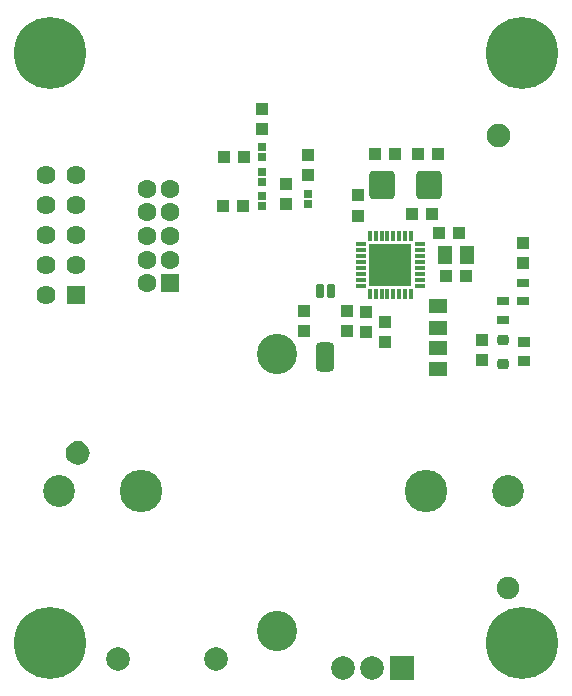
<source format=gts>
G04*
G04 #@! TF.GenerationSoftware,Altium Limited,Altium Designer,19.1.7 (138)*
G04*
G04 Layer_Color=8388736*
%FSLAX24Y24*%
%MOIN*%
G70*
G01*
G75*
%ADD26R,0.0434X0.0356*%
%ADD27R,0.0394X0.0433*%
%ADD28O,0.0150X0.0374*%
%ADD29O,0.0374X0.0150*%
%ADD30R,0.1398X0.1398*%
%ADD31R,0.0394X0.0315*%
%ADD32R,0.0433X0.0394*%
G04:AMPARAMS|DCode=33|XSize=47.2mil|YSize=27.6mil|CornerRadius=7.9mil|HoleSize=0mil|Usage=FLASHONLY|Rotation=270.000|XOffset=0mil|YOffset=0mil|HoleType=Round|Shape=RoundedRectangle|*
%AMROUNDEDRECTD33*
21,1,0.0472,0.0118,0,0,270.0*
21,1,0.0315,0.0276,0,0,270.0*
1,1,0.0157,-0.0059,-0.0157*
1,1,0.0157,-0.0059,0.0157*
1,1,0.0157,0.0059,0.0157*
1,1,0.0157,0.0059,-0.0157*
%
%ADD33ROUNDEDRECTD33*%
G04:AMPARAMS|DCode=34|XSize=98.4mil|YSize=63mil|CornerRadius=16.7mil|HoleSize=0mil|Usage=FLASHONLY|Rotation=270.000|XOffset=0mil|YOffset=0mil|HoleType=Round|Shape=RoundedRectangle|*
%AMROUNDEDRECTD34*
21,1,0.0984,0.0295,0,0,270.0*
21,1,0.0650,0.0630,0,0,270.0*
1,1,0.0335,-0.0148,-0.0325*
1,1,0.0335,-0.0148,0.0325*
1,1,0.0335,0.0148,0.0325*
1,1,0.0335,0.0148,-0.0325*
%
%ADD34ROUNDEDRECTD34*%
%ADD35R,0.0492X0.0610*%
%ADD36R,0.0591X0.0453*%
%ADD37R,0.0610X0.0492*%
G04:AMPARAMS|DCode=38|XSize=94.5mil|YSize=86.6mil|CornerRadius=14.4mil|HoleSize=0mil|Usage=FLASHONLY|Rotation=90.000|XOffset=0mil|YOffset=0mil|HoleType=Round|Shape=RoundedRectangle|*
%AMROUNDEDRECTD38*
21,1,0.0945,0.0579,0,0,90.0*
21,1,0.0657,0.0866,0,0,90.0*
1,1,0.0287,0.0289,0.0329*
1,1,0.0287,0.0289,-0.0329*
1,1,0.0287,-0.0289,-0.0329*
1,1,0.0287,-0.0289,0.0329*
%
%ADD38ROUNDEDRECTD38*%
%ADD39R,0.0276X0.0256*%
G04:AMPARAMS|DCode=40|XSize=35.4mil|YSize=39.4mil|CornerRadius=9.8mil|HoleSize=0mil|Usage=FLASHONLY|Rotation=90.000|XOffset=0mil|YOffset=0mil|HoleType=Round|Shape=RoundedRectangle|*
%AMROUNDEDRECTD40*
21,1,0.0354,0.0197,0,0,90.0*
21,1,0.0157,0.0394,0,0,90.0*
1,1,0.0197,0.0098,0.0079*
1,1,0.0197,0.0098,-0.0079*
1,1,0.0197,-0.0098,-0.0079*
1,1,0.0197,-0.0098,0.0079*
%
%ADD40ROUNDEDRECTD40*%
%ADD41C,0.0512*%
%ADD42C,0.0789*%
%ADD43R,0.0789X0.0789*%
%ADD44C,0.0639*%
%ADD45R,0.0639X0.0639*%
%ADD46C,0.1340*%
%ADD47C,0.0630*%
%ADD48R,0.0630X0.0630*%
%ADD49C,0.1063*%
%ADD50C,0.1417*%
%ADD51C,0.0748*%
%ADD52C,0.2402*%
G36*
X2115Y7874D02*
X2129Y7771D01*
X2168Y7675D01*
X2231Y7593D01*
X2314Y7530D01*
X2409Y7490D01*
X2512Y7477D01*
X2615Y7490D01*
X2711Y7530D01*
X2793Y7593D01*
X2856Y7675D01*
X2896Y7771D01*
X2909Y7874D01*
D01*
X2896Y7977D01*
X2856Y8073D01*
X2793Y8155D01*
X2711Y8218D01*
X2615Y8258D01*
X2512Y8271D01*
X2409Y8258D01*
X2314Y8218D01*
X2231Y8155D01*
X2168Y8073D01*
X2129Y7977D01*
X2115Y7874D01*
D01*
D02*
G37*
G36*
X16138Y18455D02*
X16152Y18352D01*
X16192Y18256D01*
X16255Y18174D01*
X16337Y18111D01*
X16433Y18071D01*
X16535Y18058D01*
X16638Y18071D01*
X16734Y18111D01*
X16816Y18174D01*
X16879Y18256D01*
X16919Y18352D01*
X16933Y18455D01*
D01*
X16919Y18557D01*
X16879Y18653D01*
X16816Y18736D01*
X16734Y18799D01*
X16638Y18838D01*
X16535Y18852D01*
X16433Y18838D01*
X16337Y18799D01*
X16255Y18736D01*
X16192Y18653D01*
X16152Y18557D01*
X16138Y18455D01*
D01*
D02*
G37*
D26*
X17402Y11565D02*
D03*
Y10955D02*
D03*
D27*
X11850Y16457D02*
D03*
Y15787D02*
D03*
X17362Y14206D02*
D03*
Y14876D02*
D03*
X10039Y11949D02*
D03*
Y12618D02*
D03*
X11496Y11949D02*
D03*
Y12618D02*
D03*
X12756Y11575D02*
D03*
Y12244D02*
D03*
X12126Y12559D02*
D03*
Y11890D02*
D03*
X10197Y17142D02*
D03*
Y17811D02*
D03*
X9449Y16826D02*
D03*
Y16157D02*
D03*
X15984Y11634D02*
D03*
Y10965D02*
D03*
X8661Y19350D02*
D03*
Y18681D02*
D03*
D28*
X12244Y15118D02*
D03*
X12441D02*
D03*
X12638D02*
D03*
X12835D02*
D03*
X13032D02*
D03*
X13228D02*
D03*
X13425D02*
D03*
X13622D02*
D03*
Y13169D02*
D03*
X13425D02*
D03*
X13228D02*
D03*
X13032D02*
D03*
X12835D02*
D03*
X12638D02*
D03*
X12441D02*
D03*
X12244D02*
D03*
D29*
X13907Y14833D02*
D03*
Y14636D02*
D03*
Y14439D02*
D03*
Y14242D02*
D03*
Y14045D02*
D03*
Y13848D02*
D03*
Y13652D02*
D03*
Y13455D02*
D03*
X11959D02*
D03*
Y13652D02*
D03*
Y13848D02*
D03*
Y14045D02*
D03*
Y14242D02*
D03*
Y14439D02*
D03*
Y14636D02*
D03*
Y14833D02*
D03*
D30*
X12933Y14144D02*
D03*
D31*
X17362Y13533D02*
D03*
Y12923D02*
D03*
X16693Y12923D02*
D03*
Y12313D02*
D03*
D32*
X14783Y13780D02*
D03*
X15453D02*
D03*
X14547Y15197D02*
D03*
X15217D02*
D03*
X14311Y15827D02*
D03*
X13642D02*
D03*
X13091Y17834D02*
D03*
X12421D02*
D03*
X13839Y17835D02*
D03*
X14508D02*
D03*
X7362Y16093D02*
D03*
X8031D02*
D03*
X7382Y17746D02*
D03*
X8051D02*
D03*
D33*
X10591Y13268D02*
D03*
X10945D02*
D03*
D34*
X10768Y11083D02*
D03*
D35*
X14764Y14488D02*
D03*
X15472D02*
D03*
D36*
X14528Y12028D02*
D03*
Y12776D02*
D03*
D37*
Y11368D02*
D03*
Y10659D02*
D03*
D38*
X14213Y16817D02*
D03*
X12638D02*
D03*
D39*
X10197Y16167D02*
D03*
Y16502D02*
D03*
X8661Y16427D02*
D03*
Y16093D02*
D03*
Y17254D02*
D03*
Y16919D02*
D03*
Y18081D02*
D03*
Y17746D02*
D03*
D40*
X16693Y11627D02*
D03*
Y10827D02*
D03*
D41*
X2512Y7874D02*
D03*
X16535Y18455D02*
D03*
D42*
X3868Y994D02*
D03*
X7106D02*
D03*
X12333Y719D02*
D03*
X11348D02*
D03*
D43*
X13317D02*
D03*
D44*
X2457Y14142D02*
D03*
Y17142D02*
D03*
Y16142D02*
D03*
X1457Y14142D02*
D03*
Y13142D02*
D03*
Y17142D02*
D03*
Y16142D02*
D03*
X2457Y15142D02*
D03*
X1457D02*
D03*
D45*
X2457Y13142D02*
D03*
D46*
X9152Y1929D02*
D03*
X9144Y11181D02*
D03*
D47*
X4813Y16683D02*
D03*
Y15896D02*
D03*
Y15108D02*
D03*
Y14321D02*
D03*
Y13533D02*
D03*
X5600Y16683D02*
D03*
Y15896D02*
D03*
Y15108D02*
D03*
Y14321D02*
D03*
D48*
Y13533D02*
D03*
D49*
X16850Y6614D02*
D03*
X1890D02*
D03*
D50*
X14134D02*
D03*
X4606D02*
D03*
D51*
X16850Y3386D02*
D03*
D52*
X17323Y21220D02*
D03*
X1575D02*
D03*
X17323Y1535D02*
D03*
X1575D02*
D03*
M02*

</source>
